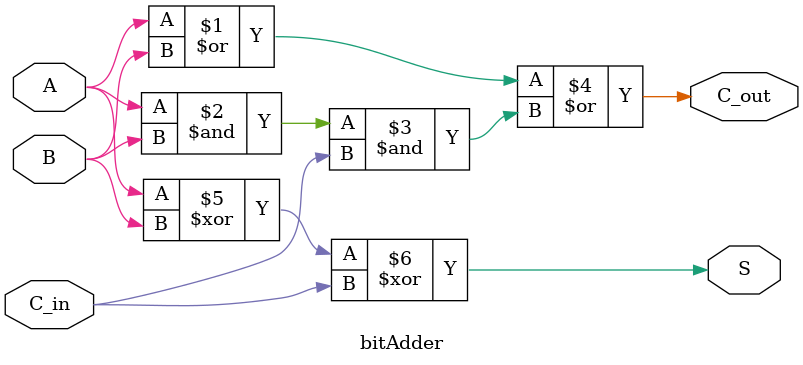
<source format=v>
`timescale 1ns / 1ps


module bitAdder(
    input A,
    input B,
    input C_in,
    output C_out,
    output S
    );
    
    assign C_out = (A | B) | (A & B) & C_in ;
    assign S = A ^ B ^ C_in;
    
endmodule

</source>
